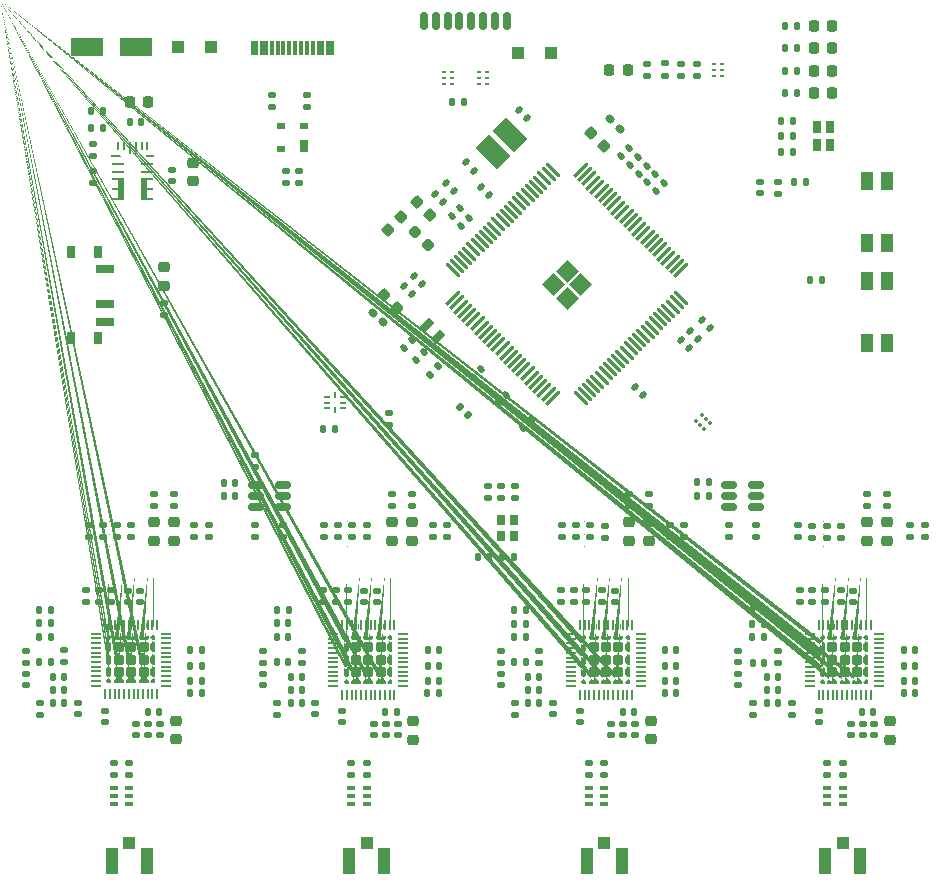
<source format=gbr>
G04 #@! TF.GenerationSoftware,KiCad,Pcbnew,(6.0.10-0)*
G04 #@! TF.CreationDate,2023-01-04T10:37:38-05:00*
G04 #@! TF.ProjectId,ReLoki_ECAD,52654c6f-6b69-45f4-9543-41442e6b6963,0.2.1*
G04 #@! TF.SameCoordinates,Original*
G04 #@! TF.FileFunction,Paste,Top*
G04 #@! TF.FilePolarity,Positive*
%FSLAX46Y46*%
G04 Gerber Fmt 4.6, Leading zero omitted, Abs format (unit mm)*
G04 Created by KiCad (PCBNEW (6.0.10-0)) date 2023-01-04 10:37:38*
%MOMM*%
%LPD*%
G01*
G04 APERTURE LIST*
G04 Aperture macros list*
%AMRoundRect*
0 Rectangle with rounded corners*
0 $1 Rounding radius*
0 $2 $3 $4 $5 $6 $7 $8 $9 X,Y pos of 4 corners*
0 Add a 4 corners polygon primitive as box body*
4,1,4,$2,$3,$4,$5,$6,$7,$8,$9,$2,$3,0*
0 Add four circle primitives for the rounded corners*
1,1,$1+$1,$2,$3*
1,1,$1+$1,$4,$5*
1,1,$1+$1,$6,$7*
1,1,$1+$1,$8,$9*
0 Add four rect primitives between the rounded corners*
20,1,$1+$1,$2,$3,$4,$5,0*
20,1,$1+$1,$4,$5,$6,$7,0*
20,1,$1+$1,$6,$7,$8,$9,0*
20,1,$1+$1,$8,$9,$2,$3,0*%
%AMRotRect*
0 Rectangle, with rotation*
0 The origin of the aperture is its center*
0 $1 length*
0 $2 width*
0 $3 Rotation angle, in degrees counterclockwise*
0 Add horizontal line*
21,1,$1,$2,0,0,$3*%
%AMOutline5P*
0 Free polygon, 5 corners , with rotation*
0 The origin of the aperture is its center*
0 number of corners: always 5*
0 $1 to $10 corner X, Y*
0 $11 Rotation angle, in degrees counterclockwise*
0 create outline with 5 corners*
4,1,5,$1,$2,$3,$4,$5,$6,$7,$8,$9,$10,$1,$2,$11*%
%AMOutline6P*
0 Free polygon, 6 corners , with rotation*
0 The origin of the aperture is its center*
0 number of corners: always 6*
0 $1 to $12 corner X, Y*
0 $13 Rotation angle, in degrees counterclockwise*
0 create outline with 6 corners*
4,1,6,$1,$2,$3,$4,$5,$6,$7,$8,$9,$10,$11,$12,$1,$2,$13*%
%AMOutline7P*
0 Free polygon, 7 corners , with rotation*
0 The origin of the aperture is its center*
0 number of corners: always 7*
0 $1 to $14 corner X, Y*
0 $15 Rotation angle, in degrees counterclockwise*
0 create outline with 7 corners*
4,1,7,$1,$2,$3,$4,$5,$6,$7,$8,$9,$10,$11,$12,$13,$14,$1,$2,$15*%
%AMOutline8P*
0 Free polygon, 8 corners , with rotation*
0 The origin of the aperture is its center*
0 number of corners: always 8*
0 $1 to $16 corner X, Y*
0 $17 Rotation angle, in degrees counterclockwise*
0 create outline with 8 corners*
4,1,8,$1,$2,$3,$4,$5,$6,$7,$8,$9,$10,$11,$12,$13,$14,$15,$16,$1,$2,$17*%
%AMFreePoly0*
4,1,48,0.121757,0.206455,0.138516,0.206455,0.152075,0.196604,0.168015,0.191425,0.177866,0.177866,0.191425,0.168015,0.196604,0.152075,0.206455,0.138516,0.206455,0.121757,0.211634,0.105817,0.211634,0.013308,0.208995,0.005187,0.210331,-0.003246,0.199082,-0.025323,0.191425,-0.048890,0.184517,-0.053909,0.180641,-0.061516,0.061516,-0.180641,0.053909,-0.184517,0.048890,-0.191425,
0.025325,-0.199082,0.003245,-0.210332,-0.005189,-0.208996,-0.013308,-0.211634,-0.105817,-0.211634,-0.121757,-0.206455,-0.138516,-0.206455,-0.152075,-0.196604,-0.168015,-0.191425,-0.177866,-0.177866,-0.191425,-0.168015,-0.196604,-0.152075,-0.206455,-0.138516,-0.206455,-0.121757,-0.211634,-0.105817,-0.211634,0.105817,-0.206455,0.121757,-0.206455,0.138516,-0.196604,0.152075,-0.191425,0.168015,
-0.177866,0.177866,-0.168015,0.191425,-0.152075,0.196604,-0.138516,0.206455,-0.121757,0.206455,-0.105817,0.211634,0.105817,0.211634,0.121757,0.206455,0.121757,0.206455,$1*%
%AMFreePoly1*
4,1,51,0.131500,0.421159,0.135529,0.421869,0.139072,0.419824,0.151036,0.417714,0.169365,0.402334,0.190087,0.390370,0.192930,0.382560,0.199295,0.377219,0.203450,0.353656,0.211634,0.331171,0.211634,-0.331171,0.209525,-0.343134,0.210235,-0.347163,0.208190,-0.350706,0.206080,-0.362670,0.190700,-0.380999,0.178736,-0.401721,0.170926,-0.404564,0.165585,-0.410929,0.142022,-0.415084,
0.119537,-0.423268,-0.043241,-0.423268,-0.048870,-0.422276,-0.051267,-0.422918,-0.054940,-0.421205,-0.074740,-0.417714,-0.090140,-0.404791,-0.108363,-0.396294,-0.184659,-0.319997,-0.187937,-0.315315,-0.190087,-0.314074,-0.191473,-0.310266,-0.203005,-0.293797,-0.204757,-0.273769,-0.211634,-0.254875,-0.211634,0.254875,-0.210641,0.260506,-0.211283,0.262901,-0.209572,0.266571,-0.206080,0.286374,
-0.193155,0.301777,-0.184659,0.319997,-0.108363,0.396294,-0.103680,0.399573,-0.102440,0.401721,-0.098634,0.403106,-0.082163,0.414639,-0.062135,0.416391,-0.043241,0.423268,0.119537,0.423268,0.131500,0.421159,0.131500,0.421159,$1*%
%AMFreePoly2*
4,1,51,0.343134,0.209525,0.347163,0.210235,0.350706,0.208190,0.362670,0.206080,0.380999,0.190700,0.401721,0.178736,0.404564,0.170926,0.410929,0.165585,0.415084,0.142022,0.423268,0.119537,0.423268,-0.043241,0.422276,-0.048870,0.422918,-0.051267,0.421205,-0.054940,0.417714,-0.074740,0.404791,-0.090140,0.396294,-0.108363,0.319997,-0.184659,0.315315,-0.187937,0.314074,-0.190087,
0.310266,-0.191473,0.293797,-0.203005,0.273769,-0.204757,0.254875,-0.211634,-0.254875,-0.211634,-0.260504,-0.210642,-0.262901,-0.211284,-0.266574,-0.209571,-0.286374,-0.206080,-0.301774,-0.193157,-0.319997,-0.184660,-0.396293,-0.108363,-0.399571,-0.103681,-0.401721,-0.102440,-0.403107,-0.098632,-0.414639,-0.082163,-0.416391,-0.062135,-0.423268,-0.043241,-0.423268,0.119537,-0.421159,0.131500,
-0.421869,0.135529,-0.419824,0.139072,-0.417714,0.151036,-0.402334,0.169365,-0.390370,0.190087,-0.382560,0.192930,-0.377219,0.199295,-0.353656,0.203450,-0.331171,0.211634,0.331171,0.211634,0.343134,0.209525,0.343134,0.209525,$1*%
%AMFreePoly3*
4,1,51,0.260506,0.210641,0.262901,0.211283,0.266571,0.209572,0.286374,0.206080,0.301777,0.193155,0.319997,0.184659,0.396294,0.108363,0.399573,0.103680,0.401721,0.102440,0.403106,0.098634,0.414639,0.082163,0.416391,0.062135,0.423268,0.043241,0.423268,-0.119537,0.421159,-0.131500,0.421869,-0.135529,0.419824,-0.139072,0.417714,-0.151036,0.402334,-0.169365,0.390370,-0.190087,
0.382560,-0.192930,0.377219,-0.199295,0.353656,-0.203450,0.331171,-0.211634,-0.331171,-0.211634,-0.343134,-0.209525,-0.347163,-0.210235,-0.350706,-0.208190,-0.362670,-0.206080,-0.380999,-0.190700,-0.401721,-0.178736,-0.404564,-0.170926,-0.410929,-0.165585,-0.415084,-0.142022,-0.423268,-0.119537,-0.423268,0.043241,-0.422275,0.048872,-0.422917,0.051267,-0.421206,0.054937,-0.417714,0.074740,
-0.404789,0.090143,-0.396293,0.108363,-0.319997,0.184660,-0.315314,0.187939,-0.314074,0.190087,-0.310268,0.191472,-0.293797,0.203005,-0.273769,0.204757,-0.254875,0.211634,0.254875,0.211634,0.260506,0.210641,0.260506,0.210641,$1*%
%AMFreePoly4*
4,1,48,0.121757,0.206455,0.138516,0.206455,0.152075,0.196604,0.168015,0.191425,0.177866,0.177866,0.191425,0.168015,0.196604,0.152075,0.206455,0.138516,0.206455,0.121757,0.211634,0.105817,0.211634,-0.105817,0.206455,-0.121757,0.206455,-0.138516,0.196604,-0.152075,0.191425,-0.168015,0.177866,-0.177866,0.168015,-0.191425,0.152075,-0.196604,0.138516,-0.206455,0.121757,-0.206455,
0.105817,-0.211634,-0.105817,-0.211634,-0.121757,-0.206455,-0.138516,-0.206455,-0.152075,-0.196604,-0.168015,-0.191425,-0.177866,-0.177866,-0.191425,-0.168015,-0.196604,-0.152075,-0.206455,-0.138516,-0.206455,-0.121757,-0.211634,-0.105817,-0.211634,-0.013308,-0.208996,-0.005189,-0.210332,0.003245,-0.199082,0.025325,-0.191425,0.048890,-0.184517,0.053909,-0.180641,0.061516,-0.061516,0.180641,
-0.053909,0.184517,-0.048890,0.191425,-0.025323,0.199082,-0.003246,0.210331,0.005187,0.208995,0.013308,0.211634,0.105817,0.211634,0.121757,0.206455,0.121757,0.206455,$1*%
%AMFreePoly5*
4,1,51,0.048872,0.422275,0.051267,0.422917,0.054937,0.421206,0.074740,0.417714,0.090143,0.404789,0.108363,0.396293,0.184660,0.319997,0.187939,0.315314,0.190087,0.314074,0.191472,0.310268,0.203005,0.293797,0.204757,0.273769,0.211634,0.254875,0.211634,-0.254875,0.210642,-0.260504,0.211284,-0.262901,0.209571,-0.266574,0.206080,-0.286374,0.193157,-0.301774,0.184660,-0.319997,
0.108363,-0.396293,0.103681,-0.399571,0.102440,-0.401721,0.098632,-0.403107,0.082163,-0.414639,0.062135,-0.416391,0.043241,-0.423268,-0.119537,-0.423268,-0.131500,-0.421159,-0.135529,-0.421869,-0.139072,-0.419824,-0.151036,-0.417714,-0.169365,-0.402334,-0.190087,-0.390370,-0.192930,-0.382560,-0.199295,-0.377219,-0.203450,-0.353656,-0.211634,-0.331171,-0.211634,0.331171,-0.209525,0.343134,
-0.210235,0.347163,-0.208190,0.350706,-0.206080,0.362670,-0.190700,0.380999,-0.178736,0.401721,-0.170926,0.404564,-0.165585,0.410929,-0.142022,0.415084,-0.119537,0.423268,0.043241,0.423268,0.048872,0.422275,0.048872,0.422275,$1*%
%AMFreePoly6*
4,1,48,-0.005189,0.208996,0.003245,0.210332,0.025325,0.199082,0.048890,0.191425,0.053909,0.184517,0.061516,0.180641,0.180641,0.061516,0.184517,0.053909,0.191425,0.048890,0.199082,0.025323,0.210331,0.003246,0.208995,-0.005187,0.211634,-0.013308,0.211634,-0.105817,0.206455,-0.121757,0.206455,-0.138516,0.196604,-0.152075,0.191425,-0.168015,0.177866,-0.177866,0.168015,-0.191425,
0.152075,-0.196604,0.138516,-0.206455,0.121757,-0.206455,0.105817,-0.211634,-0.105817,-0.211634,-0.121757,-0.206455,-0.138516,-0.206455,-0.152075,-0.196604,-0.168015,-0.191425,-0.177866,-0.177866,-0.191425,-0.168015,-0.196604,-0.152075,-0.206455,-0.138516,-0.206455,-0.121757,-0.211634,-0.105817,-0.211634,0.105817,-0.206455,0.121757,-0.206455,0.138516,-0.196604,0.152075,-0.191425,0.168015,
-0.177866,0.177866,-0.168015,0.191425,-0.152075,0.196604,-0.138516,0.206455,-0.121757,0.206455,-0.105817,0.211634,-0.013308,0.211634,-0.005189,0.208996,-0.005189,0.208996,$1*%
%AMFreePoly7*
4,1,48,0.121757,0.206455,0.138516,0.206455,0.152075,0.196604,0.168015,0.191425,0.177866,0.177866,0.191425,0.168015,0.196604,0.152075,0.206455,0.138516,0.206455,0.121757,0.211634,0.105817,0.211634,-0.105817,0.206455,-0.121757,0.206455,-0.138516,0.196604,-0.152075,0.191425,-0.168015,0.177866,-0.177866,0.168015,-0.191425,0.152075,-0.196604,0.138516,-0.206455,0.121757,-0.206455,
0.105817,-0.211634,0.013308,-0.211634,0.005187,-0.208995,-0.003246,-0.210331,-0.025323,-0.199082,-0.048890,-0.191425,-0.053909,-0.184517,-0.061516,-0.180641,-0.180641,-0.061516,-0.184517,-0.053909,-0.191425,-0.048890,-0.199082,-0.025325,-0.210332,-0.003245,-0.208996,0.005189,-0.211634,0.013308,-0.211634,0.105817,-0.206455,0.121757,-0.206455,0.138516,-0.196604,0.152075,-0.191425,0.168015,
-0.177866,0.177866,-0.168015,0.191425,-0.152075,0.196604,-0.138516,0.206455,-0.121757,0.206455,-0.105817,0.211634,0.105817,0.211634,0.121757,0.206455,0.121757,0.206455,$1*%
G04 Aperture macros list end*
%ADD10C,0.120000*%
%ADD11RoundRect,0.135000X-0.185000X0.135000X-0.185000X-0.135000X0.185000X-0.135000X0.185000X0.135000X0*%
%ADD12RoundRect,0.140000X-0.140000X-0.170000X0.140000X-0.170000X0.140000X0.170000X-0.140000X0.170000X0*%
%ADD13RoundRect,0.135000X-0.226274X-0.035355X-0.035355X-0.226274X0.226274X0.035355X0.035355X0.226274X0*%
%ADD14RoundRect,0.075000X0.459619X0.565685X-0.565685X-0.459619X-0.459619X-0.565685X0.565685X0.459619X0*%
%ADD15RoundRect,0.075000X-0.459619X0.565685X-0.565685X0.459619X0.459619X-0.565685X0.565685X-0.459619X0*%
%ADD16RoundRect,0.140000X-0.170000X0.140000X-0.170000X-0.140000X0.170000X-0.140000X0.170000X0.140000X0*%
%ADD17RoundRect,0.140000X0.170000X-0.140000X0.170000X0.140000X-0.170000X0.140000X-0.170000X-0.140000X0*%
%ADD18RoundRect,0.135000X0.185000X-0.135000X0.185000X0.135000X-0.185000X0.135000X-0.185000X-0.135000X0*%
%ADD19RoundRect,0.135000X0.135000X0.185000X-0.135000X0.185000X-0.135000X-0.185000X0.135000X-0.185000X0*%
%ADD20RoundRect,0.218750X-0.256250X0.218750X-0.256250X-0.218750X0.256250X-0.218750X0.256250X0.218750X0*%
%ADD21RoundRect,0.140000X0.021213X-0.219203X0.219203X-0.021213X-0.021213X0.219203X-0.219203X0.021213X0*%
%ADD22RoundRect,0.140000X-0.021213X0.219203X-0.219203X0.021213X0.021213X-0.219203X0.219203X-0.021213X0*%
%ADD23RoundRect,0.140000X0.140000X0.170000X-0.140000X0.170000X-0.140000X-0.170000X0.140000X-0.170000X0*%
%ADD24RoundRect,0.140000X0.219203X0.021213X0.021213X0.219203X-0.219203X-0.021213X-0.021213X-0.219203X0*%
%ADD25R,0.700000X1.000000*%
%ADD26R,0.700000X0.600000*%
%ADD27RoundRect,0.225000X0.250000X-0.225000X0.250000X0.225000X-0.250000X0.225000X-0.250000X-0.225000X0*%
%ADD28R,0.330000X0.270000*%
%ADD29RotRect,0.600000X1.100000X135.000000*%
%ADD30R,0.300000X1.150000*%
%ADD31RoundRect,0.225000X-0.250000X0.225000X-0.250000X-0.225000X0.250000X-0.225000X0.250000X0.225000X0*%
%ADD32RoundRect,0.218750X-0.218750X-0.256250X0.218750X-0.256250X0.218750X0.256250X-0.218750X0.256250X0*%
%ADD33R,0.800000X1.000000*%
%ADD34R,1.500000X0.700000*%
%ADD35R,1.000000X1.550000*%
%ADD36FreePoly0,0.000000*%
%ADD37RoundRect,0.211634X-0.211634X-0.211634X0.211634X-0.211634X0.211634X0.211634X-0.211634X0.211634X0*%
%ADD38FreePoly1,0.000000*%
%ADD39FreePoly2,0.000000*%
%ADD40FreePoly3,0.000000*%
%ADD41FreePoly4,0.000000*%
%ADD42FreePoly5,0.000000*%
%ADD43FreePoly6,0.000000*%
%ADD44FreePoly7,0.000000*%
%ADD45RoundRect,0.050000X-0.375000X-0.050000X0.375000X-0.050000X0.375000X0.050000X-0.375000X0.050000X0*%
%ADD46RoundRect,0.050000X-0.050000X-0.375000X0.050000X-0.375000X0.050000X0.375000X-0.050000X0.375000X0*%
%ADD47RoundRect,0.140000X-0.219203X-0.021213X-0.021213X-0.219203X0.219203X0.021213X0.021213X0.219203X0*%
%ADD48RoundRect,0.135000X-0.135000X-0.185000X0.135000X-0.185000X0.135000X0.185000X-0.135000X0.185000X0*%
%ADD49RoundRect,0.050000X0.225000X0.075000X-0.225000X0.075000X-0.225000X-0.075000X0.225000X-0.075000X0*%
%ADD50RoundRect,0.040000X0.235000X0.060000X-0.235000X0.060000X-0.235000X-0.060000X0.235000X-0.060000X0*%
%ADD51RoundRect,0.050000X-0.075000X0.225000X-0.075000X-0.225000X0.075000X-0.225000X0.075000X0.225000X0*%
%ADD52RoundRect,0.050000X-0.225000X-0.075000X0.225000X-0.075000X0.225000X0.075000X-0.225000X0.075000X0*%
%ADD53RoundRect,0.040000X-0.235000X-0.060000X0.235000X-0.060000X0.235000X0.060000X-0.235000X0.060000X0*%
%ADD54RoundRect,0.050000X0.075000X-0.225000X0.075000X0.225000X-0.075000X0.225000X-0.075000X-0.225000X0*%
%ADD55RoundRect,0.160000X-0.270468X0.044194X0.044194X-0.270468X0.270468X-0.044194X-0.044194X0.270468X0*%
%ADD56RoundRect,0.218750X0.256250X-0.218750X0.256250X0.218750X-0.256250X0.218750X-0.256250X-0.218750X0*%
%ADD57R,0.800000X0.300000*%
%ADD58RoundRect,0.225000X0.225000X0.250000X-0.225000X0.250000X-0.225000X-0.250000X0.225000X-0.250000X0*%
%ADD59R,1.100000X1.100000*%
%ADD60R,1.000000X1.050000*%
%ADD61R,1.050000X2.200000*%
%ADD62RoundRect,0.250000X1.137500X0.550000X-1.137500X0.550000X-1.137500X-0.550000X1.137500X-0.550000X0*%
%ADD63RoundRect,0.135000X-0.035355X0.226274X-0.226274X0.035355X0.035355X-0.226274X0.226274X-0.035355X0*%
%ADD64RoundRect,0.225000X-0.017678X0.335876X-0.335876X0.017678X0.017678X-0.335876X0.335876X-0.017678X0*%
%ADD65RoundRect,0.150000X0.150000X0.625000X-0.150000X0.625000X-0.150000X-0.625000X0.150000X-0.625000X0*%
%ADD66RoundRect,0.250000X0.350000X0.650000X-0.350000X0.650000X-0.350000X-0.650000X0.350000X-0.650000X0*%
%ADD67RoundRect,0.225000X0.335876X0.017678X0.017678X0.335876X-0.335876X-0.017678X-0.017678X-0.335876X0*%
%ADD68RotRect,0.330000X0.270000X225.000000*%
%ADD69R,0.800000X0.900000*%
%ADD70RoundRect,0.218750X0.335876X0.026517X0.026517X0.335876X-0.335876X-0.026517X-0.026517X-0.335876X0*%
%ADD71Outline5P,-0.400000X0.125000X0.275000X0.125000X0.400000X0.000000X0.400000X-0.125000X-0.400000X-0.125000X0.000000*%
%ADD72R,1.100000X0.250000*%
%ADD73R,0.600000X1.950000*%
%ADD74R,0.700000X0.250000*%
%ADD75R,0.250000X0.700000*%
%ADD76R,0.250000X1.100000*%
%ADD77RotRect,1.600000X2.600000X45.000000*%
%ADD78RoundRect,0.150000X0.512500X0.150000X-0.512500X0.150000X-0.512500X-0.150000X0.512500X-0.150000X0*%
%ADD79RoundRect,0.225000X-0.225000X-0.250000X0.225000X-0.250000X0.225000X0.250000X-0.225000X0.250000X0*%
G04 APERTURE END LIST*
D10*
G04 #@! TO.C,U1*
X110587160Y-80184152D02*
X109664739Y-81106573D01*
X109664739Y-81106573D02*
X108742318Y-80184152D01*
X108742318Y-80184152D02*
X109664739Y-79261731D01*
X109664739Y-79261731D02*
X110587160Y-80184152D01*
G36*
X110587160Y-80184152D02*
G01*
X109664739Y-81106573D01*
X108742318Y-80184152D01*
X109664739Y-79261731D01*
X110587160Y-80184152D01*
G37*
X111722773Y-81319765D02*
X110799999Y-82242538D01*
X110799999Y-82242538D02*
X109877225Y-81319765D01*
X109877225Y-81319765D02*
X110799999Y-80396991D01*
X110799999Y-80396991D02*
X111722773Y-81319765D01*
G36*
X111722773Y-81319765D02*
G01*
X110799999Y-82242538D01*
X109877225Y-81319765D01*
X110799999Y-80396991D01*
X111722773Y-81319765D01*
G37*
X111722420Y-79048892D02*
X110799999Y-79971313D01*
X110799999Y-79971313D02*
X109877578Y-79048892D01*
X109877578Y-79048892D02*
X110799999Y-78126471D01*
X110799999Y-78126471D02*
X111722420Y-79048892D01*
G36*
X111722420Y-79048892D02*
G01*
X110799999Y-79971313D01*
X109877578Y-79048892D01*
X110799999Y-78126471D01*
X111722420Y-79048892D01*
G37*
X112857680Y-80184152D02*
X111935259Y-81106573D01*
X111935259Y-81106573D02*
X111012838Y-80184152D01*
X111012838Y-80184152D02*
X111935259Y-79261731D01*
X111935259Y-79261731D02*
X112857680Y-80184152D01*
G36*
X112857680Y-80184152D02*
G01*
X111935259Y-81106573D01*
X111012838Y-80184152D01*
X111935259Y-79261731D01*
X112857680Y-80184152D01*
G37*
G04 #@! TD*
D11*
G04 #@! TO.C,R14*
X112799999Y-100599999D03*
X112799999Y-101619999D03*
G04 #@! TD*
D12*
G04 #@! TO.C,C81*
X119119999Y-111119999D03*
X120079999Y-111119999D03*
G04 #@! TD*
D13*
G04 #@! TO.C,R74*
X101739376Y-90539376D03*
X102460624Y-91260624D03*
G04 #@! TD*
D11*
G04 #@! TO.C,R54*
X100674999Y-100574999D03*
X100674999Y-101594999D03*
G04 #@! TD*
D14*
G04 #@! TO.C,U1*
X120469684Y-78999748D03*
X120116131Y-78646195D03*
X119762577Y-78292641D03*
X119409024Y-77939088D03*
X119055471Y-77585535D03*
X118701917Y-77231981D03*
X118348364Y-76878428D03*
X117994810Y-76524874D03*
X117641257Y-76171321D03*
X117287704Y-75817768D03*
X116934150Y-75464214D03*
X116580597Y-75110661D03*
X116227044Y-74757107D03*
X115873490Y-74403554D03*
X115519937Y-74050001D03*
X115166383Y-73696447D03*
X114812830Y-73342894D03*
X114459277Y-72989341D03*
X114105723Y-72635787D03*
X113752170Y-72282234D03*
X113398616Y-71928680D03*
X113045063Y-71575127D03*
X112691510Y-71221574D03*
X112337956Y-70868020D03*
X111984403Y-70514467D03*
D15*
X109615595Y-70514467D03*
X109262042Y-70868020D03*
X108908488Y-71221574D03*
X108554935Y-71575127D03*
X108201382Y-71928680D03*
X107847828Y-72282234D03*
X107494275Y-72635787D03*
X107140721Y-72989341D03*
X106787168Y-73342894D03*
X106433615Y-73696447D03*
X106080061Y-74050001D03*
X105726508Y-74403554D03*
X105372954Y-74757107D03*
X105019401Y-75110661D03*
X104665848Y-75464214D03*
X104312294Y-75817768D03*
X103958741Y-76171321D03*
X103605188Y-76524874D03*
X103251634Y-76878428D03*
X102898081Y-77231981D03*
X102544527Y-77585535D03*
X102190974Y-77939088D03*
X101837421Y-78292641D03*
X101483867Y-78646195D03*
X101130314Y-78999748D03*
D14*
X101130314Y-81368556D03*
X101483867Y-81722109D03*
X101837421Y-82075663D03*
X102190974Y-82429216D03*
X102544527Y-82782769D03*
X102898081Y-83136323D03*
X103251634Y-83489876D03*
X103605188Y-83843430D03*
X103958741Y-84196983D03*
X104312294Y-84550536D03*
X104665848Y-84904090D03*
X105019401Y-85257643D03*
X105372954Y-85611197D03*
X105726508Y-85964750D03*
X106080061Y-86318303D03*
X106433615Y-86671857D03*
X106787168Y-87025410D03*
X107140721Y-87378963D03*
X107494275Y-87732517D03*
X107847828Y-88086070D03*
X108201382Y-88439624D03*
X108554935Y-88793177D03*
X108908488Y-89146730D03*
X109262042Y-89500284D03*
X109615595Y-89853837D03*
D15*
X111984403Y-89853837D03*
X112337956Y-89500284D03*
X112691510Y-89146730D03*
X113045063Y-88793177D03*
X113398616Y-88439624D03*
X113752170Y-88086070D03*
X114105723Y-87732517D03*
X114459277Y-87378963D03*
X114812830Y-87025410D03*
X115166383Y-86671857D03*
X115519937Y-86318303D03*
X115873490Y-85964750D03*
X116227044Y-85611197D03*
X116580597Y-85257643D03*
X116934150Y-84904090D03*
X117287704Y-84550536D03*
X117641257Y-84196983D03*
X117994810Y-83843430D03*
X118348364Y-83489876D03*
X118701917Y-83136323D03*
X119055471Y-82782769D03*
X119409024Y-82429216D03*
X119762577Y-82075663D03*
X120116131Y-81722109D03*
X120469684Y-81368556D03*
G04 #@! TD*
D16*
G04 #@! TO.C,C65*
X116609999Y-117399999D03*
X116609999Y-118359999D03*
G04 #@! TD*
D17*
G04 #@! TO.C,C141*
X74674999Y-107069999D03*
X74674999Y-106109999D03*
G04 #@! TD*
D18*
G04 #@! TO.C,R76*
X104100000Y-98280000D03*
X104100000Y-97260000D03*
G04 #@! TD*
G04 #@! TO.C,R45*
X132649999Y-107084999D03*
X132649999Y-106064999D03*
G04 #@! TD*
D19*
G04 #@! TO.C,R30*
X129972500Y-68950000D03*
X128952500Y-68950000D03*
G04 #@! TD*
D11*
G04 #@! TO.C,R80*
X124537500Y-100550000D03*
X124537500Y-101570000D03*
G04 #@! TD*
D20*
G04 #@! TO.C,D13*
X97674999Y-100332499D03*
X97674999Y-101907499D03*
G04 #@! TD*
D19*
G04 #@! TO.C,R25*
X129972500Y-66350000D03*
X128952500Y-66350000D03*
G04 #@! TD*
D16*
G04 #@! TO.C,C127*
X74349999Y-117389999D03*
X74349999Y-118349999D03*
G04 #@! TD*
D20*
G04 #@! TO.C,D14*
X95974999Y-100332499D03*
X95974999Y-101907499D03*
G04 #@! TD*
D21*
G04 #@! TO.C,C17*
X117600000Y-71550000D03*
X118278822Y-70871178D03*
G04 #@! TD*
D18*
G04 #@! TO.C,R8*
X130374999Y-101619999D03*
X130374999Y-100599999D03*
G04 #@! TD*
D12*
G04 #@! TO.C,C102*
X95444999Y-116399999D03*
X96404999Y-116399999D03*
G04 #@! TD*
D20*
G04 #@! TO.C,D10*
X136249999Y-100344999D03*
X136249999Y-101919999D03*
G04 #@! TD*
D22*
G04 #@! TO.C,C28*
X105691455Y-89542696D03*
X105012633Y-90221518D03*
G04 #@! TD*
D19*
G04 #@! TO.C,R2*
X130282500Y-60200000D03*
X129262500Y-60200000D03*
G04 #@! TD*
D18*
G04 #@! TO.C,R63*
X68224999Y-112204999D03*
X68224999Y-111184999D03*
G04 #@! TD*
D23*
G04 #@! TO.C,C149*
X122817500Y-96950000D03*
X121857500Y-96950000D03*
G04 #@! TD*
D19*
G04 #@! TO.C,R50*
X107344999Y-107759999D03*
X106324999Y-107759999D03*
G04 #@! TD*
D11*
G04 #@! TO.C,R46*
X120749999Y-100569999D03*
X120749999Y-101589999D03*
G04 #@! TD*
D12*
G04 #@! TO.C,C73*
X119119999Y-114799999D03*
X120079999Y-114799999D03*
G04 #@! TD*
G04 #@! TO.C,C134*
X78919999Y-113759999D03*
X79879999Y-113759999D03*
G04 #@! TD*
D24*
G04 #@! TO.C,C151*
X104250000Y-72600000D03*
X103571178Y-71921178D03*
G04 #@! TD*
D25*
G04 #@! TO.C,D18*
X88570000Y-68510228D03*
D26*
X88570000Y-66810228D03*
X86570000Y-66810228D03*
X86570000Y-68710228D03*
G04 #@! TD*
D18*
G04 #@! TO.C,R57*
X86274999Y-116669999D03*
X86274999Y-115649999D03*
G04 #@! TD*
D27*
G04 #@! TO.C,C11*
X79149999Y-71449999D03*
X79149999Y-69899999D03*
G04 #@! TD*
D28*
G04 #@! TO.C,D20*
X101100000Y-63210228D03*
X101100000Y-62710228D03*
X101100000Y-62210228D03*
X100420000Y-62210228D03*
X100420000Y-62710228D03*
X100420000Y-63210228D03*
G04 #@! TD*
D29*
G04 #@! TO.C,Y2*
X99939411Y-84660589D03*
X98949461Y-83670639D03*
G04 #@! TD*
D17*
G04 #@! TO.C,C146*
X105250000Y-98250000D03*
X105250000Y-97290000D03*
G04 #@! TD*
D21*
G04 #@! TO.C,C29*
X115400000Y-69350000D03*
X116078822Y-68671178D03*
G04 #@! TD*
D12*
G04 #@! TO.C,C130*
X75344999Y-116399999D03*
X76304999Y-116399999D03*
G04 #@! TD*
D11*
G04 #@! TO.C,R37*
X76724999Y-81799999D03*
X76724999Y-82819999D03*
G04 #@! TD*
D30*
G04 #@! TO.C,J7*
X90920000Y-60160228D03*
X90120000Y-60160228D03*
X88820000Y-60160228D03*
X87820000Y-60160228D03*
X87320000Y-60160228D03*
X86320000Y-60160228D03*
X85020000Y-60160228D03*
X84220000Y-60160228D03*
X84520000Y-60160228D03*
X85320000Y-60160228D03*
X85820000Y-60160228D03*
X86820000Y-60160228D03*
X88320000Y-60160228D03*
X89320000Y-60160228D03*
X89820000Y-60160228D03*
X90620000Y-60160228D03*
G04 #@! TD*
D31*
G04 #@! TO.C,C117*
X77749999Y-117159999D03*
X77749999Y-118709999D03*
G04 #@! TD*
D32*
G04 #@! TO.C,D2*
X131725000Y-60200000D03*
X133300000Y-60200000D03*
G04 #@! TD*
D21*
G04 #@! TO.C,C9*
X98010589Y-86589411D03*
X98689411Y-85910589D03*
G04 #@! TD*
D33*
G04 #@! TO.C,SW3*
X71079999Y-84749999D03*
X68869999Y-84749999D03*
X68869999Y-77449999D03*
X71079999Y-77449999D03*
D34*
X71729999Y-78849999D03*
X71729999Y-81849999D03*
X71729999Y-83349999D03*
G04 #@! TD*
D32*
G04 #@! TO.C,D4*
X131725000Y-64000000D03*
X133300000Y-64000000D03*
G04 #@! TD*
D18*
G04 #@! TO.C,R43*
X137949999Y-98989999D03*
X137949999Y-97969999D03*
G04 #@! TD*
G04 #@! TO.C,R47*
X108449999Y-112209999D03*
X108449999Y-111189999D03*
G04 #@! TD*
D35*
G04 #@! TO.C,SW2*
X137899999Y-76724999D03*
X137899999Y-71474999D03*
X136199999Y-76724999D03*
X136199999Y-71474999D03*
G04 #@! TD*
D20*
G04 #@! TO.C,D16*
X75874999Y-100332499D03*
X75874999Y-101907499D03*
G04 #@! TD*
D23*
G04 #@! TO.C,C88*
X87224999Y-112159999D03*
X86264999Y-112159999D03*
G04 #@! TD*
D11*
G04 #@! TO.C,R73*
X87010000Y-70600228D03*
X87010000Y-71620228D03*
G04 #@! TD*
D36*
G04 #@! TO.C,U5*
X112287499Y-110147499D03*
D37*
X113074999Y-110934999D03*
X113074999Y-111984999D03*
D38*
X115962499Y-113034999D03*
D39*
X115174999Y-110147499D03*
D40*
X115174999Y-113822499D03*
D41*
X115962499Y-113822499D03*
D37*
X114124999Y-111984999D03*
D38*
X115962499Y-111984999D03*
X115962499Y-110934999D03*
D42*
X112287499Y-111984999D03*
D40*
X114124999Y-113822499D03*
D37*
X114124999Y-110934999D03*
X115174999Y-113034999D03*
D39*
X114124999Y-110147499D03*
D37*
X113074999Y-113034999D03*
D43*
X112287499Y-113822499D03*
D42*
X112287499Y-113034999D03*
D44*
X115962499Y-110147499D03*
D37*
X115174999Y-111984999D03*
X114124999Y-113034999D03*
D40*
X113074999Y-113822499D03*
D39*
X113074999Y-110147499D03*
D42*
X112287499Y-110934999D03*
D37*
X115174999Y-110934999D03*
D45*
X111174999Y-109784999D03*
X111174999Y-110184999D03*
X111174999Y-110584999D03*
X111174999Y-110984999D03*
X111174999Y-111384999D03*
X111174999Y-111784999D03*
X111174999Y-112184999D03*
X111174999Y-112584999D03*
X111174999Y-112984999D03*
X111174999Y-113384999D03*
X111174999Y-113784999D03*
X111174999Y-114184999D03*
D46*
X111924999Y-114934999D03*
X112324999Y-114934999D03*
X112724999Y-114934999D03*
X113124999Y-114934999D03*
X113524999Y-114934999D03*
X113924999Y-114934999D03*
X114324999Y-114934999D03*
X114724999Y-114934999D03*
X115124999Y-114934999D03*
X115524999Y-114934999D03*
X115924999Y-114934999D03*
X116324999Y-114934999D03*
D45*
X117074999Y-114184999D03*
X117074999Y-113784999D03*
X117074999Y-113384999D03*
X117074999Y-112984999D03*
X117074999Y-112584999D03*
X117074999Y-112184999D03*
X117074999Y-111784999D03*
X117074999Y-111384999D03*
X117074999Y-110984999D03*
X117074999Y-110584999D03*
X117074999Y-110184999D03*
X117074999Y-109784999D03*
D46*
X116324999Y-109034999D03*
X115924999Y-109034999D03*
X115524999Y-109034999D03*
X115124999Y-109034999D03*
X114724999Y-109034999D03*
X114324999Y-109034999D03*
X113924999Y-109034999D03*
X113524999Y-109034999D03*
X113124999Y-109034999D03*
X112724999Y-109034999D03*
X112324999Y-109034999D03*
X111924999Y-109034999D03*
G04 #@! TD*
D11*
G04 #@! TO.C,R15*
X92649999Y-100589999D03*
X92649999Y-101609999D03*
G04 #@! TD*
D16*
G04 #@! TO.C,C86*
X113974999Y-120749999D03*
X113974999Y-121709999D03*
G04 #@! TD*
D47*
G04 #@! TO.C,C150*
X121260589Y-84160589D03*
X121939411Y-84839411D03*
G04 #@! TD*
D48*
G04 #@! TO.C,R23*
X131389999Y-79850000D03*
X132409999Y-79850000D03*
G04 #@! TD*
D49*
G04 #@! TO.C,U12*
X91825000Y-90700000D03*
D50*
X91825000Y-90200000D03*
D49*
X91825000Y-89700000D03*
D51*
X91150000Y-89550000D03*
D52*
X90475000Y-89700000D03*
D53*
X90475000Y-90200000D03*
D52*
X90475000Y-90700000D03*
D54*
X91150000Y-90850000D03*
G04 #@! TD*
D55*
G04 #@! TO.C,L1*
X114497225Y-66204788D03*
X115306863Y-67014426D03*
G04 #@! TD*
D18*
G04 #@! TO.C,R60*
X95974999Y-98989999D03*
X95974999Y-97969999D03*
G04 #@! TD*
D23*
G04 #@! TO.C,C100*
X88384999Y-114559999D03*
X87424999Y-114559999D03*
G04 #@! TD*
D17*
G04 #@! TO.C,C68*
X109599999Y-116594999D03*
X109599999Y-115634999D03*
G04 #@! TD*
D12*
G04 #@! TO.C,C109*
X99019999Y-111119999D03*
X99979999Y-111119999D03*
G04 #@! TD*
G04 #@! TO.C,C69*
X119114999Y-112499999D03*
X120074999Y-112499999D03*
G04 #@! TD*
D16*
G04 #@! TO.C,C114*
X93849999Y-120749999D03*
X93849999Y-121709999D03*
G04 #@! TD*
D31*
G04 #@! TO.C,C61*
X117924999Y-117159999D03*
X117924999Y-118709999D03*
G04 #@! TD*
D19*
G04 #@! TO.C,R66*
X67144999Y-107759999D03*
X66124999Y-107759999D03*
G04 #@! TD*
D28*
G04 #@! TO.C,D6*
X123969999Y-62565229D03*
X123969999Y-62065229D03*
X123969999Y-61565229D03*
X123289999Y-61565229D03*
X123289999Y-62065229D03*
X123289999Y-62565229D03*
G04 #@! TD*
D16*
G04 #@! TO.C,C93*
X96499999Y-117399999D03*
X96499999Y-118359999D03*
G04 #@! TD*
G04 #@! TO.C,C59*
X132875000Y-120749999D03*
X132875000Y-121709999D03*
G04 #@! TD*
D12*
G04 #@! TO.C,C98*
X87414999Y-115659999D03*
X88374999Y-115659999D03*
G04 #@! TD*
D56*
G04 #@! TO.C,D8*
X76699999Y-80297499D03*
X76699999Y-78722499D03*
G04 #@! TD*
D57*
G04 #@! TO.C,U4*
X134175000Y-124159999D03*
X134175000Y-123509999D03*
X134175000Y-122859999D03*
X132875000Y-122859999D03*
X132875000Y-123509999D03*
X132875000Y-124159999D03*
G04 #@! TD*
D23*
G04 #@! TO.C,C32*
X127494999Y-112214999D03*
X126534999Y-112214999D03*
G04 #@! TD*
D11*
G04 #@! TO.C,R70*
X88820000Y-64150228D03*
X88820000Y-65170228D03*
G04 #@! TD*
D17*
G04 #@! TO.C,C38*
X131599999Y-107064999D03*
X131599999Y-106104999D03*
G04 #@! TD*
D18*
G04 #@! TO.C,R35*
X70649999Y-71570000D03*
X70649999Y-70550000D03*
G04 #@! TD*
G04 #@! TO.C,R39*
X128649999Y-112209999D03*
X128649999Y-111189999D03*
G04 #@! TD*
D58*
G04 #@! TO.C,C1*
X115949999Y-62020228D03*
X114399999Y-62020228D03*
G04 #@! TD*
D17*
G04 #@! TO.C,C84*
X110324999Y-107054999D03*
X110324999Y-106094999D03*
G04 #@! TD*
D59*
G04 #@! TO.C,D17*
X77920000Y-60110228D03*
X80720000Y-60110228D03*
G04 #@! TD*
D60*
G04 #@! TO.C,J6*
X73774999Y-127459999D03*
D61*
X75249999Y-128984999D03*
X72299999Y-128984999D03*
G04 #@! TD*
D23*
G04 #@! TO.C,C107*
X87229999Y-110009999D03*
X86269999Y-110009999D03*
G04 #@! TD*
G04 #@! TO.C,C72*
X108479999Y-114559999D03*
X107519999Y-114559999D03*
G04 #@! TD*
G04 #@! TO.C,C51*
X127479999Y-110009999D03*
X126519999Y-110009999D03*
G04 #@! TD*
D19*
G04 #@! TO.C,R42*
X127499999Y-107759999D03*
X126479999Y-107759999D03*
G04 #@! TD*
D20*
G04 #@! TO.C,D12*
X116074999Y-100332499D03*
X116074999Y-101907499D03*
G04 #@! TD*
D57*
G04 #@! TO.C,U8*
X93849999Y-124159999D03*
X93849999Y-123509999D03*
X93849999Y-122859999D03*
X92549999Y-122859999D03*
X92549999Y-123509999D03*
X92549999Y-124159999D03*
G04 #@! TD*
D23*
G04 #@! TO.C,C54*
X128679999Y-113459999D03*
X127719999Y-113459999D03*
G04 #@! TD*
D12*
G04 #@! TO.C,C78*
X119114999Y-113769999D03*
X120074999Y-113769999D03*
G04 #@! TD*
G04 #@! TO.C,C97*
X99019999Y-112499999D03*
X99979999Y-112499999D03*
G04 #@! TD*
D16*
G04 #@! TO.C,C120*
X65024999Y-113179999D03*
X65024999Y-114139999D03*
G04 #@! TD*
G04 #@! TO.C,C115*
X92549999Y-120749999D03*
X92549999Y-121709999D03*
G04 #@! TD*
D17*
G04 #@! TO.C,C113*
X94749999Y-107084999D03*
X94749999Y-106124999D03*
G04 #@! TD*
D60*
G04 #@! TO.C,J4*
X113974998Y-127459999D03*
D61*
X112499998Y-128984999D03*
X115449998Y-128984999D03*
G04 #@! TD*
D11*
G04 #@! TO.C,R22*
X93849999Y-100589999D03*
X93849999Y-101609999D03*
G04 #@! TD*
D23*
G04 #@! TO.C,C48*
X127479999Y-108909999D03*
X126519999Y-108909999D03*
G04 #@! TD*
D21*
G04 #@! TO.C,C16*
X101052044Y-74439411D03*
X101730866Y-73760589D03*
G04 #@! TD*
D17*
G04 #@! TO.C,C105*
X93674999Y-107069999D03*
X93674999Y-106109999D03*
G04 #@! TD*
D16*
G04 #@! TO.C,C92*
X85124999Y-113179999D03*
X85124999Y-114139999D03*
G04 #@! TD*
D18*
G04 #@! TO.C,R78*
X84450000Y-95660000D03*
X84450000Y-94640000D03*
G04 #@! TD*
D17*
G04 #@! TO.C,C124*
X69399999Y-116589999D03*
X69399999Y-115629999D03*
G04 #@! TD*
D18*
G04 #@! TO.C,R32*
X128700000Y-72510000D03*
X128700000Y-71490000D03*
G04 #@! TD*
D57*
G04 #@! TO.C,U10*
X73774999Y-124159999D03*
X73774999Y-123509999D03*
X73774999Y-122859999D03*
X72474999Y-122859999D03*
X72474999Y-123509999D03*
X72474999Y-124159999D03*
G04 #@! TD*
D12*
G04 #@! TO.C,C74*
X115569999Y-116409999D03*
X116529999Y-116409999D03*
G04 #@! TD*
D23*
G04 #@! TO.C,C135*
X67104999Y-110009999D03*
X66144999Y-110009999D03*
G04 #@! TD*
D24*
G04 #@! TO.C,C22*
X100352044Y-73182107D03*
X99673222Y-72503285D03*
G04 #@! TD*
D11*
G04 #@! TO.C,R18*
X110399999Y-100589999D03*
X110399999Y-101609999D03*
G04 #@! TD*
D18*
G04 #@! TO.C,R41*
X126539999Y-116674999D03*
X126539999Y-115654999D03*
G04 #@! TD*
D11*
G04 #@! TO.C,R29*
X121800000Y-61510229D03*
X121800000Y-62530229D03*
G04 #@! TD*
D20*
G04 #@! TO.C,D9*
X137949999Y-100332499D03*
X137949999Y-101907499D03*
G04 #@! TD*
D16*
G04 #@! TO.C,C62*
X111924999Y-116284999D03*
X111924999Y-117244999D03*
G04 #@! TD*
D47*
G04 #@! TO.C,C30*
X116602044Y-88842696D03*
X117280866Y-89521518D03*
G04 #@! TD*
D40*
G04 #@! TO.C,U7*
X93999999Y-113822499D03*
D39*
X92949999Y-110147499D03*
X95049999Y-110147499D03*
D43*
X92162499Y-113822499D03*
D37*
X92949999Y-113034999D03*
D42*
X92162499Y-113034999D03*
D37*
X95049999Y-111984999D03*
D41*
X95837499Y-113822499D03*
D38*
X95837499Y-111984999D03*
X95837499Y-113034999D03*
D40*
X92949999Y-113822499D03*
D39*
X93999999Y-110147499D03*
D37*
X93999999Y-111984999D03*
X93999999Y-113034999D03*
X92949999Y-110934999D03*
X95049999Y-110934999D03*
D44*
X95837499Y-110147499D03*
D36*
X92162499Y-110147499D03*
D37*
X92949999Y-111984999D03*
D40*
X95049999Y-113822499D03*
D38*
X95837499Y-110934999D03*
D37*
X93999999Y-110934999D03*
D42*
X92162499Y-110934999D03*
X92162499Y-111984999D03*
D37*
X95049999Y-113034999D03*
D45*
X91049999Y-109784999D03*
X91049999Y-110184999D03*
X91049999Y-110584999D03*
X91049999Y-110984999D03*
X91049999Y-111384999D03*
X91049999Y-111784999D03*
X91049999Y-112184999D03*
X91049999Y-112584999D03*
X91049999Y-112984999D03*
X91049999Y-113384999D03*
X91049999Y-113784999D03*
X91049999Y-114184999D03*
D46*
X91799999Y-114934999D03*
X92199999Y-114934999D03*
X92599999Y-114934999D03*
X92999999Y-114934999D03*
X93399999Y-114934999D03*
X93799999Y-114934999D03*
X94199999Y-114934999D03*
X94599999Y-114934999D03*
X94999999Y-114934999D03*
X95399999Y-114934999D03*
X95799999Y-114934999D03*
X96199999Y-114934999D03*
D45*
X96949999Y-114184999D03*
X96949999Y-113784999D03*
X96949999Y-113384999D03*
X96949999Y-112984999D03*
X96949999Y-112584999D03*
X96949999Y-112184999D03*
X96949999Y-111784999D03*
X96949999Y-111384999D03*
X96949999Y-110984999D03*
X96949999Y-110584999D03*
X96949999Y-110184999D03*
X96949999Y-109784999D03*
D46*
X96199999Y-109034999D03*
X95799999Y-109034999D03*
X95399999Y-109034999D03*
X94999999Y-109034999D03*
X94599999Y-109034999D03*
X94199999Y-109034999D03*
X93799999Y-109034999D03*
X93399999Y-109034999D03*
X92999999Y-109034999D03*
X92599999Y-109034999D03*
X92199999Y-109034999D03*
X91799999Y-109034999D03*
G04 #@! TD*
D23*
G04 #@! TO.C,C60*
X107329999Y-112159999D03*
X106369999Y-112159999D03*
G04 #@! TD*
D62*
G04 #@! TO.C,C3*
X74312499Y-60110000D03*
X70187499Y-60110000D03*
G04 #@! TD*
D18*
G04 #@! TO.C,R68*
X75874999Y-98989999D03*
X75874999Y-97969999D03*
G04 #@! TD*
D59*
G04 #@! TO.C,D19*
X109500000Y-60560229D03*
X106700000Y-60560229D03*
G04 #@! TD*
D12*
G04 #@! TO.C,C53*
X139329999Y-111119999D03*
X140289999Y-111119999D03*
G04 #@! TD*
D60*
G04 #@! TO.C,J3*
X134175000Y-127459999D03*
D61*
X135650000Y-128984999D03*
X132700000Y-128984999D03*
G04 #@! TD*
D11*
G04 #@! TO.C,R28*
X120439999Y-61510229D03*
X120439999Y-62530229D03*
G04 #@! TD*
D63*
G04 #@! TO.C,R75*
X99910624Y-87139376D03*
X99189376Y-87860624D03*
G04 #@! TD*
D11*
G04 #@! TO.C,R72*
X88120000Y-70600228D03*
X88120000Y-71620228D03*
G04 #@! TD*
D23*
G04 #@! TO.C,C79*
X107334999Y-110009999D03*
X106374999Y-110009999D03*
G04 #@! TD*
D17*
G04 #@! TO.C,C56*
X130549999Y-107064999D03*
X130549999Y-106104999D03*
G04 #@! TD*
D23*
G04 #@! TO.C,C148*
X91150000Y-92400000D03*
X90190000Y-92400000D03*
G04 #@! TD*
D11*
G04 #@! TO.C,R81*
X86750000Y-100550000D03*
X86750000Y-101570000D03*
G04 #@! TD*
D18*
G04 #@! TO.C,R4*
X70349999Y-101609999D03*
X70349999Y-100589999D03*
G04 #@! TD*
D23*
G04 #@! TO.C,C144*
X104260000Y-103250000D03*
X103300000Y-103250000D03*
G04 #@! TD*
D12*
G04 #@! TO.C,C42*
X127729999Y-115654999D03*
X128689999Y-115654999D03*
G04 #@! TD*
D21*
G04 #@! TO.C,C21*
X101852044Y-75239411D03*
X102530866Y-74560589D03*
G04 #@! TD*
D18*
G04 #@! TO.C,R52*
X116074999Y-98989999D03*
X116074999Y-97969999D03*
G04 #@! TD*
D11*
G04 #@! TO.C,R20*
X72749999Y-100579999D03*
X72749999Y-101599999D03*
G04 #@! TD*
G04 #@! TO.C,R71*
X85820000Y-64150228D03*
X85820000Y-65170228D03*
G04 #@! TD*
D12*
G04 #@! TO.C,C129*
X78919999Y-114799999D03*
X79879999Y-114799999D03*
G04 #@! TD*
D18*
G04 #@! TO.C,R3*
X73949999Y-101609999D03*
X73949999Y-100589999D03*
G04 #@! TD*
D12*
G04 #@! TO.C,C126*
X67294999Y-115659999D03*
X68254999Y-115659999D03*
G04 #@! TD*
G04 #@! TO.C,C125*
X78924999Y-112499999D03*
X79884999Y-112499999D03*
G04 #@! TD*
D18*
G04 #@! TO.C,R49*
X106399999Y-116669999D03*
X106399999Y-115649999D03*
G04 #@! TD*
D16*
G04 #@! TO.C,C95*
X95474999Y-117399999D03*
X95474999Y-118359999D03*
G04 #@! TD*
D23*
G04 #@! TO.C,C104*
X87229999Y-108884999D03*
X86269999Y-108884999D03*
G04 #@! TD*
D18*
G04 #@! TO.C,R61*
X92274999Y-107084999D03*
X92274999Y-106064999D03*
G04 #@! TD*
D64*
G04 #@! TO.C,C147*
X96752044Y-74482107D03*
X95656028Y-75578123D03*
G04 #@! TD*
D16*
G04 #@! TO.C,C91*
X85124999Y-111249999D03*
X85124999Y-112209999D03*
G04 #@! TD*
D18*
G04 #@! TO.C,R6*
X132799999Y-101629999D03*
X132799999Y-100609999D03*
G04 #@! TD*
D16*
G04 #@! TO.C,C43*
X134849999Y-117389999D03*
X134849999Y-118349999D03*
G04 #@! TD*
G04 #@! TO.C,C5*
X127199999Y-71520000D03*
X127199999Y-72480000D03*
G04 #@! TD*
D23*
G04 #@! TO.C,C138*
X68259999Y-113459999D03*
X67299999Y-113459999D03*
G04 #@! TD*
D19*
G04 #@! TO.C,R21*
X102120000Y-64785228D03*
X101100000Y-64785228D03*
G04 #@! TD*
D12*
G04 #@! TO.C,C50*
X139319999Y-113769999D03*
X140279999Y-113769999D03*
G04 #@! TD*
D16*
G04 #@! TO.C,C34*
X132124999Y-116284999D03*
X132124999Y-117244999D03*
G04 #@! TD*
G04 #@! TO.C,C90*
X91799999Y-116284999D03*
X91799999Y-117244999D03*
G04 #@! TD*
D23*
G04 #@! TO.C,C154*
X82730000Y-98110000D03*
X81770000Y-98110000D03*
G04 #@! TD*
D12*
G04 #@! TO.C,C41*
X139329999Y-112499999D03*
X140289999Y-112499999D03*
G04 #@! TD*
D11*
G04 #@! TO.C,R40*
X139899999Y-100589999D03*
X139899999Y-101609999D03*
G04 #@! TD*
D21*
G04 #@! TO.C,C23*
X116125000Y-70075000D03*
X116803822Y-69396178D03*
G04 #@! TD*
D19*
G04 #@! TO.C,R31*
X131059999Y-71509999D03*
X130039999Y-71509999D03*
G04 #@! TD*
D24*
G04 #@! TO.C,C25*
X101252044Y-72282107D03*
X100573222Y-71603285D03*
G04 #@! TD*
D11*
G04 #@! TO.C,R62*
X80474999Y-100574999D03*
X80474999Y-101594999D03*
G04 #@! TD*
G04 #@! TO.C,R27*
X119099999Y-61490000D03*
X119099999Y-62510000D03*
G04 #@! TD*
D18*
G04 #@! TO.C,R11*
X90274999Y-101609999D03*
X90274999Y-100589999D03*
G04 #@! TD*
D65*
G04 #@! TO.C,J8*
X105720000Y-57905228D03*
X104720000Y-57905228D03*
X103720000Y-57905228D03*
X102720000Y-57905228D03*
X101720000Y-57905228D03*
X100720000Y-57905228D03*
X99720000Y-57905228D03*
X98720000Y-57905228D03*
D66*
X97420000Y-54030228D03*
X107020000Y-54030228D03*
G04 #@! TD*
D21*
G04 #@! TO.C,C8*
X97000000Y-85600000D03*
X97678822Y-84921178D03*
G04 #@! TD*
D19*
G04 #@! TO.C,R58*
X87259999Y-107759999D03*
X86239999Y-107759999D03*
G04 #@! TD*
D17*
G04 #@! TO.C,C66*
X111374999Y-107054999D03*
X111374999Y-106094999D03*
G04 #@! TD*
G04 #@! TO.C,C77*
X113799999Y-107064999D03*
X113799999Y-106104999D03*
G04 #@! TD*
D16*
G04 #@! TO.C,C143*
X72474999Y-120749999D03*
X72474999Y-121709999D03*
G04 #@! TD*
D35*
G04 #@! TO.C,SW1*
X137899999Y-79874999D03*
X137899999Y-85124999D03*
X136199999Y-85124999D03*
X136199999Y-79874999D03*
G04 #@! TD*
D16*
G04 #@! TO.C,C99*
X94449999Y-117399999D03*
X94449999Y-118359999D03*
G04 #@! TD*
D18*
G04 #@! TO.C,R65*
X66174999Y-116644999D03*
X66174999Y-115624999D03*
G04 #@! TD*
D47*
G04 #@! TO.C,C26*
X122262633Y-83167696D03*
X122941455Y-83846518D03*
G04 #@! TD*
D18*
G04 #@! TO.C,R7*
X131574999Y-101629999D03*
X131574999Y-100609999D03*
G04 #@! TD*
D12*
G04 #@! TO.C,C145*
X105340000Y-103250000D03*
X106300000Y-103250000D03*
G04 #@! TD*
D17*
G04 #@! TO.C,C122*
X71174999Y-107059999D03*
X71174999Y-106099999D03*
G04 #@! TD*
D23*
G04 #@! TO.C,C128*
X68259999Y-114559999D03*
X67299999Y-114559999D03*
G04 #@! TD*
D47*
G04 #@! TO.C,C6*
X106730329Y-65421178D03*
X107409151Y-66100000D03*
G04 #@! TD*
D67*
G04 #@! TO.C,C27*
X99212633Y-74342696D03*
X98116617Y-73246680D03*
G04 #@! TD*
D11*
G04 #@! TO.C,R79*
X126837500Y-100550000D03*
X126837500Y-101570000D03*
G04 #@! TD*
D57*
G04 #@! TO.C,U6*
X113974999Y-124159999D03*
X113974999Y-123509999D03*
X113974999Y-122859999D03*
X112674999Y-122859999D03*
X112674999Y-123509999D03*
X112674999Y-124159999D03*
G04 #@! TD*
D31*
G04 #@! TO.C,C89*
X97824999Y-117184999D03*
X97824999Y-118734999D03*
G04 #@! TD*
D39*
G04 #@! TO.C,U9*
X74974999Y-110122499D03*
X72874999Y-110122499D03*
D43*
X72087499Y-113797499D03*
D38*
X75762499Y-111959999D03*
D40*
X73924999Y-113797499D03*
D37*
X74974999Y-111959999D03*
X72874999Y-111959999D03*
D41*
X75762499Y-113797499D03*
D37*
X72874999Y-113009999D03*
D36*
X72087499Y-110122499D03*
D37*
X73924999Y-111959999D03*
D40*
X72874999Y-113797499D03*
D39*
X73924999Y-110122499D03*
D42*
X72087499Y-113009999D03*
D37*
X73924999Y-110909999D03*
D38*
X75762499Y-110909999D03*
D37*
X72874999Y-110909999D03*
X74974999Y-113009999D03*
X73924999Y-113009999D03*
X74974999Y-110909999D03*
D42*
X72087499Y-111959999D03*
D40*
X74974999Y-113797499D03*
D44*
X75762499Y-110122499D03*
D42*
X72087499Y-110909999D03*
D38*
X75762499Y-113009999D03*
D45*
X70974999Y-109759999D03*
X70974999Y-110159999D03*
X70974999Y-110559999D03*
X70974999Y-110959999D03*
X70974999Y-111359999D03*
X70974999Y-111759999D03*
X70974999Y-112159999D03*
X70974999Y-112559999D03*
X70974999Y-112959999D03*
X70974999Y-113359999D03*
X70974999Y-113759999D03*
X70974999Y-114159999D03*
D46*
X71724999Y-114909999D03*
X72124999Y-114909999D03*
X72524999Y-114909999D03*
X72924999Y-114909999D03*
X73324999Y-114909999D03*
X73724999Y-114909999D03*
X74124999Y-114909999D03*
X74524999Y-114909999D03*
X74924999Y-114909999D03*
X75324999Y-114909999D03*
X75724999Y-114909999D03*
X76124999Y-114909999D03*
D45*
X76874999Y-114159999D03*
X76874999Y-113759999D03*
X76874999Y-113359999D03*
X76874999Y-112959999D03*
X76874999Y-112559999D03*
X76874999Y-112159999D03*
X76874999Y-111759999D03*
X76874999Y-111359999D03*
X76874999Y-110959999D03*
X76874999Y-110559999D03*
X76874999Y-110159999D03*
X76874999Y-109759999D03*
D46*
X76124999Y-109009999D03*
X75724999Y-109009999D03*
X75324999Y-109009999D03*
X74924999Y-109009999D03*
X74524999Y-109009999D03*
X74124999Y-109009999D03*
X73724999Y-109009999D03*
X73324999Y-109009999D03*
X72924999Y-109009999D03*
X72524999Y-109009999D03*
X72124999Y-109009999D03*
X71724999Y-109009999D03*
G04 #@! TD*
D19*
G04 #@! TO.C,R1*
X130282500Y-58350000D03*
X129262500Y-58350000D03*
G04 #@! TD*
D28*
G04 #@! TO.C,D21*
X103370000Y-62210228D03*
X103370000Y-62710228D03*
X103370000Y-63210228D03*
X104050000Y-63210228D03*
X104050000Y-62710228D03*
X104050000Y-62210228D03*
G04 #@! TD*
D23*
G04 #@! TO.C,C153*
X122817500Y-98110000D03*
X121857500Y-98110000D03*
G04 #@! TD*
D12*
G04 #@! TO.C,C137*
X78919999Y-111119999D03*
X79879999Y-111119999D03*
G04 #@! TD*
D18*
G04 #@! TO.C,R9*
X71549999Y-101609999D03*
X71549999Y-100589999D03*
G04 #@! TD*
D12*
G04 #@! TO.C,C46*
X135799999Y-116399999D03*
X136759999Y-116399999D03*
G04 #@! TD*
D19*
G04 #@! TO.C,R34*
X71559999Y-66949999D03*
X70539999Y-66949999D03*
G04 #@! TD*
D18*
G04 #@! TO.C,R24*
X117599999Y-62550229D03*
X117599999Y-61530229D03*
G04 #@! TD*
D17*
G04 #@! TO.C,C133*
X73624999Y-107069999D03*
X73624999Y-106109999D03*
G04 #@! TD*
D23*
G04 #@! TO.C,C132*
X67104999Y-108884999D03*
X66144999Y-108884999D03*
G04 #@! TD*
D18*
G04 #@! TO.C,R67*
X77574999Y-98989999D03*
X77574999Y-97969999D03*
G04 #@! TD*
D21*
G04 #@! TO.C,C19*
X116885589Y-70839411D03*
X117564411Y-70160589D03*
G04 #@! TD*
D20*
G04 #@! TO.C,D15*
X77574999Y-100332499D03*
X77574999Y-101907499D03*
G04 #@! TD*
D11*
G04 #@! TO.C,R16*
X113999999Y-100609999D03*
X113999999Y-101629999D03*
G04 #@! TD*
D68*
G04 #@! TO.C,D5*
X122943970Y-91963137D03*
X122590416Y-91609584D03*
X122236863Y-91256030D03*
X121756030Y-91736863D03*
X122109584Y-92090416D03*
X122463137Y-92443970D03*
G04 #@! TD*
D17*
G04 #@! TO.C,C10*
X77349999Y-71450000D03*
X77349999Y-70490000D03*
G04 #@! TD*
D23*
G04 #@! TO.C,C44*
X128679999Y-114559999D03*
X127719999Y-114559999D03*
G04 #@! TD*
D69*
G04 #@! TO.C,U11*
X106350000Y-101500000D03*
X106350000Y-100100000D03*
X105250000Y-100100000D03*
X105250000Y-101500000D03*
G04 #@! TD*
D55*
G04 #@! TO.C,L2*
X94395181Y-82579334D03*
X95204819Y-83388972D03*
G04 #@! TD*
D33*
G04 #@! TO.C,D7*
X133062500Y-66850000D03*
X133062500Y-68350000D03*
X131962500Y-68350000D03*
X131962500Y-66850000D03*
G04 #@! TD*
D70*
G04 #@! TO.C,L3*
X99065738Y-76895801D03*
X97952044Y-75782107D03*
G04 #@! TD*
D11*
G04 #@! TO.C,R38*
X141099999Y-100599999D03*
X141099999Y-101619999D03*
G04 #@! TD*
D22*
G04 #@! TO.C,C20*
X103552044Y-87382107D03*
X102873222Y-88060929D03*
G04 #@! TD*
D39*
G04 #@! TO.C,U3*
X133274999Y-110147499D03*
X135374999Y-110147499D03*
D37*
X135374999Y-111984999D03*
X134324999Y-111984999D03*
X134324999Y-113034999D03*
X135374999Y-110934999D03*
D38*
X136162499Y-111984999D03*
D37*
X133274999Y-110934999D03*
D42*
X132487499Y-110934999D03*
D37*
X133274999Y-113034999D03*
X134324999Y-110934999D03*
D44*
X136162499Y-110147499D03*
D37*
X135374999Y-113034999D03*
D40*
X133274999Y-113822499D03*
D38*
X136162499Y-110934999D03*
D41*
X136162499Y-113822499D03*
D43*
X132487499Y-113822499D03*
D39*
X134324999Y-110147499D03*
D42*
X132487499Y-113034999D03*
D40*
X135374999Y-113822499D03*
D37*
X133274999Y-111984999D03*
D36*
X132487499Y-110147499D03*
D38*
X136162499Y-113034999D03*
D40*
X134324999Y-113822499D03*
D42*
X132487499Y-111984999D03*
D45*
X131374999Y-109784999D03*
X131374999Y-110184999D03*
X131374999Y-110584999D03*
X131374999Y-110984999D03*
X131374999Y-111384999D03*
X131374999Y-111784999D03*
X131374999Y-112184999D03*
X131374999Y-112584999D03*
X131374999Y-112984999D03*
X131374999Y-113384999D03*
X131374999Y-113784999D03*
X131374999Y-114184999D03*
D46*
X132124999Y-114934999D03*
X132524999Y-114934999D03*
X132924999Y-114934999D03*
X133324999Y-114934999D03*
X133724999Y-114934999D03*
X134124999Y-114934999D03*
X134524999Y-114934999D03*
X134924999Y-114934999D03*
X135324999Y-114934999D03*
X135724999Y-114934999D03*
X136124999Y-114934999D03*
X136524999Y-114934999D03*
D45*
X137274999Y-114184999D03*
X137274999Y-113784999D03*
X137274999Y-113384999D03*
X137274999Y-112984999D03*
X137274999Y-112584999D03*
X137274999Y-112184999D03*
X137274999Y-111784999D03*
X137274999Y-111384999D03*
X137274999Y-110984999D03*
X137274999Y-110584999D03*
X137274999Y-110184999D03*
X137274999Y-109784999D03*
D46*
X136524999Y-109034999D03*
X136124999Y-109034999D03*
X135724999Y-109034999D03*
X135324999Y-109034999D03*
X134924999Y-109034999D03*
X134524999Y-109034999D03*
X134124999Y-109034999D03*
X133724999Y-109034999D03*
X133324999Y-109034999D03*
X132924999Y-109034999D03*
X132524999Y-109034999D03*
X132124999Y-109034999D03*
G04 #@! TD*
D31*
G04 #@! TO.C,C33*
X138149999Y-117184999D03*
X138149999Y-118734999D03*
G04 #@! TD*
D11*
G04 #@! TO.C,R64*
X79224999Y-100569999D03*
X79224999Y-101589999D03*
G04 #@! TD*
G04 #@! TO.C,R17*
X91449999Y-100589999D03*
X91449999Y-101609999D03*
G04 #@! TD*
D17*
G04 #@! TO.C,C49*
X133999999Y-107064999D03*
X133999999Y-106104999D03*
G04 #@! TD*
D18*
G04 #@! TO.C,R44*
X136249999Y-98989999D03*
X136249999Y-97969999D03*
G04 #@! TD*
D11*
G04 #@! TO.C,R10*
X95750000Y-91090000D03*
X95750000Y-92110000D03*
G04 #@! TD*
D16*
G04 #@! TO.C,C71*
X114589999Y-117399999D03*
X114589999Y-118359999D03*
G04 #@! TD*
D18*
G04 #@! TO.C,R59*
X97674999Y-98989999D03*
X97674999Y-97969999D03*
G04 #@! TD*
D16*
G04 #@! TO.C,C121*
X76399999Y-117389999D03*
X76399999Y-118349999D03*
G04 #@! TD*
D19*
G04 #@! TO.C,R26*
X129972500Y-67650000D03*
X128952500Y-67650000D03*
G04 #@! TD*
D22*
G04 #@! TO.C,C24*
X107791455Y-91642696D03*
X107112633Y-92321518D03*
G04 #@! TD*
D18*
G04 #@! TO.C,R51*
X117749999Y-98989999D03*
X117749999Y-97969999D03*
G04 #@! TD*
D17*
G04 #@! TO.C,C112*
X90174999Y-107059999D03*
X90174999Y-106099999D03*
G04 #@! TD*
D71*
G04 #@! TO.C,U2*
X72649999Y-69349999D03*
D72*
X72799999Y-69999999D03*
X72799999Y-70649999D03*
X72799999Y-71299999D03*
D73*
X73049999Y-72149999D03*
D72*
X72799999Y-72149999D03*
X72799999Y-72999999D03*
D73*
X75049999Y-72149999D03*
D72*
X75299999Y-72999999D03*
X75299999Y-72149999D03*
X75299999Y-71299999D03*
X75299999Y-70649999D03*
X75299999Y-69999999D03*
D74*
X75499999Y-69349999D03*
D75*
X75299999Y-68449999D03*
X74799999Y-68449999D03*
D76*
X74299999Y-68649999D03*
X73799999Y-68649999D03*
D75*
X73299999Y-68449999D03*
X72799999Y-68449999D03*
G04 #@! TD*
D12*
G04 #@! TO.C,C4*
X73789999Y-66449999D03*
X74749999Y-66449999D03*
G04 #@! TD*
D17*
G04 #@! TO.C,C96*
X89499999Y-116589999D03*
X89499999Y-115629999D03*
G04 #@! TD*
D77*
G04 #@! TO.C,Y1*
X104544937Y-68989214D03*
X105959151Y-67575000D03*
G04 #@! TD*
D78*
G04 #@! TO.C,U13*
X126825000Y-99050000D03*
X126825000Y-98100000D03*
X126825000Y-97150000D03*
X124550000Y-97150000D03*
X124550000Y-98100000D03*
X124550000Y-99050000D03*
G04 #@! TD*
D16*
G04 #@! TO.C,C63*
X105249999Y-111249999D03*
X105249999Y-112209999D03*
G04 #@! TD*
D17*
G04 #@! TO.C,C140*
X70100000Y-107060000D03*
X70100000Y-106100000D03*
G04 #@! TD*
D16*
G04 #@! TO.C,C119*
X65024999Y-111249999D03*
X65024999Y-112209999D03*
G04 #@! TD*
D18*
G04 #@! TO.C,R36*
X70649999Y-69350000D03*
X70649999Y-68330000D03*
G04 #@! TD*
D12*
G04 #@! TO.C,C106*
X99014999Y-113759999D03*
X99974999Y-113759999D03*
G04 #@! TD*
D20*
G04 #@! TO.C,D11*
X117749999Y-100332499D03*
X117749999Y-101907499D03*
G04 #@! TD*
D19*
G04 #@! TO.C,R12*
X130287500Y-62100000D03*
X129267500Y-62100000D03*
G04 #@! TD*
D11*
G04 #@! TO.C,R56*
X99449999Y-100569999D03*
X99449999Y-101589999D03*
G04 #@! TD*
D17*
G04 #@! TO.C,C85*
X114874999Y-107084999D03*
X114874999Y-106124999D03*
G04 #@! TD*
D24*
G04 #@! TO.C,C13*
X97691455Y-81021518D03*
X97012633Y-80342696D03*
G04 #@! TD*
D12*
G04 #@! TO.C,C101*
X99004999Y-114799999D03*
X99964999Y-114799999D03*
G04 #@! TD*
D47*
G04 #@! TO.C,C18*
X120502044Y-84932107D03*
X121180866Y-85610929D03*
G04 #@! TD*
D18*
G04 #@! TO.C,R53*
X112424999Y-107084999D03*
X112424999Y-106064999D03*
G04 #@! TD*
D67*
G04 #@! TO.C,C12*
X96452044Y-82182107D03*
X95356028Y-81086091D03*
G04 #@! TD*
D16*
G04 #@! TO.C,C118*
X71700000Y-116284999D03*
X71700000Y-117244999D03*
G04 #@! TD*
D48*
G04 #@! TO.C,R33*
X70529999Y-65549999D03*
X71549999Y-65549999D03*
G04 #@! TD*
D16*
G04 #@! TO.C,C36*
X125339999Y-113179999D03*
X125339999Y-114139999D03*
G04 #@! TD*
D60*
G04 #@! TO.C,J5*
X93849999Y-127459999D03*
D61*
X92374999Y-128984999D03*
X95324999Y-128984999D03*
G04 #@! TD*
D17*
G04 #@! TO.C,C94*
X91224999Y-107059999D03*
X91224999Y-106099999D03*
G04 #@! TD*
D16*
G04 #@! TO.C,C37*
X136849999Y-117389999D03*
X136849999Y-118349999D03*
G04 #@! TD*
D12*
G04 #@! TO.C,C70*
X107519999Y-115654999D03*
X108479999Y-115654999D03*
G04 #@! TD*
D19*
G04 #@! TO.C,R13*
X130287500Y-64000000D03*
X129267500Y-64000000D03*
G04 #@! TD*
D79*
G04 #@! TO.C,C2*
X73799999Y-64749999D03*
X75349999Y-64749999D03*
G04 #@! TD*
D16*
G04 #@! TO.C,C58*
X134175000Y-120749999D03*
X134175000Y-121709999D03*
G04 #@! TD*
D23*
G04 #@! TO.C,C116*
X67104999Y-112199999D03*
X66144999Y-112199999D03*
G04 #@! TD*
G04 #@! TO.C,C152*
X82730000Y-97000000D03*
X81770000Y-97000000D03*
G04 #@! TD*
D11*
G04 #@! TO.C,R82*
X84450000Y-100550000D03*
X84450000Y-101570000D03*
G04 #@! TD*
D16*
G04 #@! TO.C,C35*
X125339999Y-111239999D03*
X125339999Y-112199999D03*
G04 #@! TD*
G04 #@! TO.C,C39*
X135849999Y-117389999D03*
X135849999Y-118349999D03*
G04 #@! TD*
D18*
G04 #@! TO.C,R69*
X72224999Y-107099999D03*
X72224999Y-106079999D03*
G04 #@! TD*
D17*
G04 #@! TO.C,C57*
X135074999Y-107084999D03*
X135074999Y-106124999D03*
G04 #@! TD*
D78*
G04 #@! TO.C,U14*
X86737500Y-99050000D03*
X86737500Y-98100000D03*
X86737500Y-97150000D03*
X84462500Y-97150000D03*
X84462500Y-98100000D03*
X84462500Y-99050000D03*
G04 #@! TD*
D21*
G04 #@! TO.C,C31*
X118375000Y-72325000D03*
X119053822Y-71646178D03*
G04 #@! TD*
D11*
G04 #@! TO.C,R19*
X133999999Y-100609999D03*
X133999999Y-101629999D03*
G04 #@! TD*
D23*
G04 #@! TO.C,C82*
X108479999Y-113459999D03*
X107519999Y-113459999D03*
G04 #@! TD*
D18*
G04 #@! TO.C,R5*
X111599999Y-101609999D03*
X111599999Y-100589999D03*
G04 #@! TD*
D32*
G04 #@! TO.C,D3*
X131725000Y-62100000D03*
X133300000Y-62100000D03*
G04 #@! TD*
D11*
G04 #@! TO.C,R48*
X119549999Y-100569999D03*
X119549999Y-101589999D03*
G04 #@! TD*
D17*
G04 #@! TO.C,C40*
X129839999Y-116609999D03*
X129839999Y-115649999D03*
G04 #@! TD*
D16*
G04 #@! TO.C,C123*
X75374999Y-117389999D03*
X75374999Y-118349999D03*
G04 #@! TD*
D32*
G04 #@! TO.C,D1*
X131712500Y-58350000D03*
X133287500Y-58350000D03*
G04 #@! TD*
D12*
G04 #@! TO.C,C45*
X139319999Y-114799999D03*
X140279999Y-114799999D03*
G04 #@! TD*
D18*
G04 #@! TO.C,R55*
X88349999Y-112209999D03*
X88349999Y-111189999D03*
G04 #@! TD*
D23*
G04 #@! TO.C,C76*
X107329999Y-108909999D03*
X106369999Y-108909999D03*
G04 #@! TD*
D16*
G04 #@! TO.C,C87*
X112674999Y-120749999D03*
X112674999Y-121709999D03*
G04 #@! TD*
D24*
G04 #@! TO.C,C15*
X98530866Y-80160929D03*
X97852044Y-79482107D03*
G04 #@! TD*
D16*
G04 #@! TO.C,C142*
X73774999Y-120749999D03*
X73774999Y-121709999D03*
G04 #@! TD*
D67*
G04 #@! TO.C,C14*
X113949999Y-68434152D03*
X112853983Y-67338136D03*
G04 #@! TD*
D23*
G04 #@! TO.C,C110*
X88384999Y-113459999D03*
X87424999Y-113459999D03*
G04 #@! TD*
D11*
G04 #@! TO.C,R77*
X106400000Y-97260000D03*
X106400000Y-98280000D03*
G04 #@! TD*
D16*
G04 #@! TO.C,C64*
X105249999Y-113179999D03*
X105249999Y-114139999D03*
G04 #@! TD*
G04 #@! TO.C,C67*
X115599999Y-117399999D03*
X115599999Y-118359999D03*
G04 #@! TD*
D47*
G04 #@! TO.C,C7*
X102280329Y-69871178D03*
X102959151Y-70550000D03*
G04 #@! TD*
M02*

</source>
